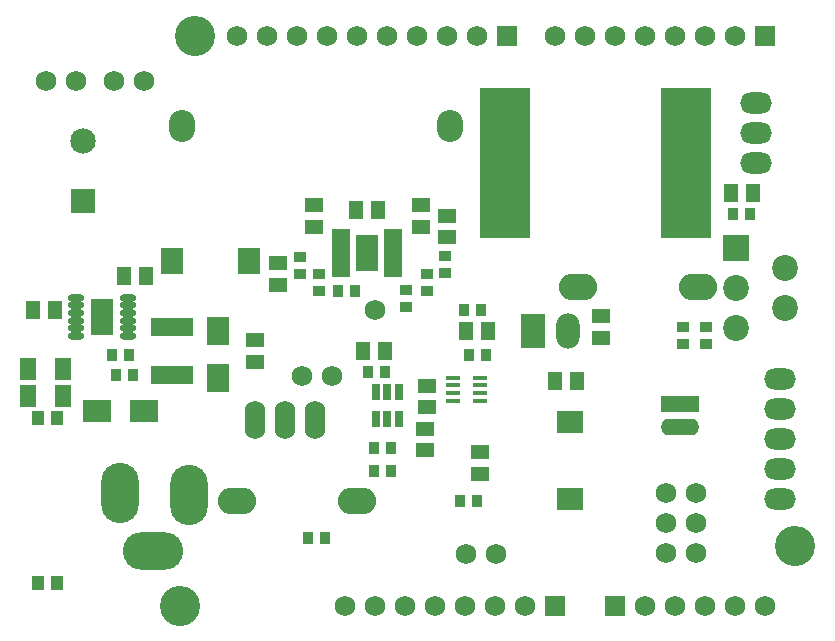
<source format=gts>
G04*
G04 #@! TF.GenerationSoftware,Altium Limited,Altium Designer,19.0.15 (446)*
G04*
G04 Layer_Color=8388736*
%FSLAX25Y25*%
%MOIN*%
G70*
G01*
G75*
%ADD28R,0.04756X0.01636*%
%ADD39R,0.03753X0.04343*%
%ADD40R,0.06115X0.05131*%
%ADD41R,0.05328X0.07690*%
%ADD42R,0.08871X0.07690*%
%ADD43R,0.05131X0.06115*%
%ADD44R,0.04343X0.03753*%
%ADD45R,0.02800X0.05600*%
%ADD46R,0.14186X0.06115*%
%ADD47R,0.07493X0.12217*%
%ADD48O,0.05524X0.02572*%
%ADD49R,0.07702X0.12402*%
%ADD50R,0.06410X0.01981*%
%ADD51R,0.03950X0.04737*%
%ADD52R,0.07690X0.08871*%
%ADD53R,0.07296X0.09461*%
%ADD54R,0.09461X0.07296*%
%ADD55C,0.06800*%
%ADD56O,0.07874X0.11811*%
%ADD57R,0.07874X0.11811*%
%ADD58R,0.16548X0.50013*%
%ADD59O,0.12800X0.05600*%
%ADD60R,0.12800X0.05600*%
%ADD61O,0.10642X0.07099*%
%ADD62C,0.08654*%
%ADD63R,0.08654X0.08654*%
%ADD64O,0.12800X0.08800*%
%ADD65C,0.08477*%
%ADD66R,0.08477X0.08477*%
%ADD67O,0.08674X0.10642*%
%ADD68O,0.06800X0.12800*%
%ADD69O,0.12611X0.20091*%
%ADD70O,0.20091X0.12611*%
%ADD71R,0.06800X0.06800*%
%ADD72C,0.13398*%
D28*
X145862Y85953D02*
D03*
Y83394D02*
D03*
Y80835D02*
D03*
Y78276D02*
D03*
X154862D02*
D03*
Y80835D02*
D03*
Y83394D02*
D03*
Y85953D02*
D03*
D39*
X97504Y32500D02*
D03*
X103212D02*
D03*
X123114Y87890D02*
D03*
X117405D02*
D03*
X107405Y114752D02*
D03*
X113114D02*
D03*
X244980Y140551D02*
D03*
X239272D02*
D03*
X154000Y45000D02*
D03*
X148291D02*
D03*
X156854Y93685D02*
D03*
X151146D02*
D03*
X149646Y108642D02*
D03*
X155354D02*
D03*
X119646Y55000D02*
D03*
X125354D02*
D03*
X39213Y87028D02*
D03*
X33504D02*
D03*
X125354Y62500D02*
D03*
X119646D02*
D03*
X37854Y93685D02*
D03*
X32146D02*
D03*
D40*
X195161Y99234D02*
D03*
Y106517D02*
D03*
X136642Y69032D02*
D03*
Y61748D02*
D03*
X99402Y143642D02*
D03*
Y136358D02*
D03*
X135260D02*
D03*
Y143642D02*
D03*
X87500Y124252D02*
D03*
Y116969D02*
D03*
X144000Y132717D02*
D03*
Y140000D02*
D03*
X155000Y53858D02*
D03*
Y61142D02*
D03*
X137134Y76047D02*
D03*
Y83331D02*
D03*
X80000Y98642D02*
D03*
Y91358D02*
D03*
D41*
X15807Y88817D02*
D03*
X4193D02*
D03*
X15807Y80000D02*
D03*
X4193D02*
D03*
D42*
X185000Y45554D02*
D03*
Y71145D02*
D03*
D43*
X115831Y94817D02*
D03*
X123114D02*
D03*
X187284Y85000D02*
D03*
X180000D02*
D03*
X120898Y142008D02*
D03*
X113614D02*
D03*
X238484Y147638D02*
D03*
X245768D02*
D03*
X150358Y101559D02*
D03*
X157642D02*
D03*
X5886Y108642D02*
D03*
X13169D02*
D03*
X36358Y120000D02*
D03*
X43642D02*
D03*
D44*
X130270Y109646D02*
D03*
Y115354D02*
D03*
X101185Y120650D02*
D03*
Y114941D02*
D03*
X137102Y120433D02*
D03*
Y114724D02*
D03*
X95000Y126177D02*
D03*
Y120468D02*
D03*
X143370Y126555D02*
D03*
Y120846D02*
D03*
X222500Y102854D02*
D03*
Y97146D02*
D03*
X230374D02*
D03*
Y102854D02*
D03*
D45*
X120260Y72326D02*
D03*
X124000D02*
D03*
X127740D02*
D03*
Y81326D02*
D03*
X124000D02*
D03*
X120260D02*
D03*
D46*
X52205Y87028D02*
D03*
Y102972D02*
D03*
D47*
X28839Y106280D02*
D03*
D48*
X37500Y99882D02*
D03*
Y102441D02*
D03*
Y105000D02*
D03*
Y107559D02*
D03*
Y110118D02*
D03*
Y112677D02*
D03*
X20177Y99882D02*
D03*
Y102441D02*
D03*
Y105000D02*
D03*
Y107559D02*
D03*
Y110118D02*
D03*
Y112677D02*
D03*
D49*
X117256Y127500D02*
D03*
D50*
X108547Y120610D02*
D03*
Y122579D02*
D03*
Y124547D02*
D03*
Y126516D02*
D03*
Y128484D02*
D03*
Y130453D02*
D03*
Y132421D02*
D03*
Y134390D02*
D03*
X125965D02*
D03*
Y132421D02*
D03*
Y130453D02*
D03*
Y128484D02*
D03*
Y126516D02*
D03*
Y124547D02*
D03*
Y122579D02*
D03*
Y120610D02*
D03*
D51*
X13996Y17500D02*
D03*
X7500D02*
D03*
X13996Y72500D02*
D03*
X7500D02*
D03*
D52*
X77756Y125000D02*
D03*
X52165D02*
D03*
D53*
X67500Y85811D02*
D03*
Y101559D02*
D03*
D54*
X42874Y75000D02*
D03*
X27126D02*
D03*
D55*
X120000Y108548D02*
D03*
X216810Y27500D02*
D03*
X226810D02*
D03*
X216810Y37500D02*
D03*
X226810D02*
D03*
X216810Y47500D02*
D03*
X226810D02*
D03*
X150280Y27205D02*
D03*
X160280D02*
D03*
X95561Y86563D02*
D03*
X105561D02*
D03*
X10280Y185000D02*
D03*
X20280D02*
D03*
X42780D02*
D03*
X32780D02*
D03*
X160000Y10000D02*
D03*
X170000D02*
D03*
X110000D02*
D03*
X120000D02*
D03*
X130000D02*
D03*
X140000D02*
D03*
X150000D02*
D03*
X230000Y200000D02*
D03*
X240000D02*
D03*
X180000D02*
D03*
X190000D02*
D03*
X200000D02*
D03*
X210000D02*
D03*
X220000D02*
D03*
X74000D02*
D03*
X84000D02*
D03*
X94000D02*
D03*
X104000D02*
D03*
X114000D02*
D03*
X124000D02*
D03*
X134000D02*
D03*
X144000D02*
D03*
X154000D02*
D03*
X250000Y10000D02*
D03*
X240000D02*
D03*
X230000D02*
D03*
X220000D02*
D03*
X210000D02*
D03*
D56*
X184311Y101536D02*
D03*
D57*
X172500D02*
D03*
D58*
X163096Y157500D02*
D03*
X223530D02*
D03*
D59*
X221457Y69488D02*
D03*
D60*
Y77362D02*
D03*
D61*
X246850Y157500D02*
D03*
Y167500D02*
D03*
Y177500D02*
D03*
X255000Y75390D02*
D03*
Y65390D02*
D03*
Y55390D02*
D03*
Y45390D02*
D03*
X255000Y85390D02*
D03*
D62*
X256650Y109114D02*
D03*
Y122500D02*
D03*
X240150Y102421D02*
D03*
Y115807D02*
D03*
D63*
Y129193D02*
D03*
D64*
X114000Y45000D02*
D03*
X74000D02*
D03*
X227500Y116331D02*
D03*
X187500D02*
D03*
D65*
X22461Y164842D02*
D03*
D66*
X22500Y144843D02*
D03*
D67*
X55630Y170000D02*
D03*
X145000D02*
D03*
D68*
X80000Y72024D02*
D03*
X90000D02*
D03*
X100000D02*
D03*
D69*
X35000Y47500D02*
D03*
X57835Y47000D02*
D03*
D70*
X46024Y28102D02*
D03*
D71*
X180000Y10000D02*
D03*
X250000Y200000D02*
D03*
X164000D02*
D03*
X200000Y10000D02*
D03*
D72*
X60000Y200000D02*
D03*
X55000Y10000D02*
D03*
X260000Y30000D02*
D03*
M02*

</source>
